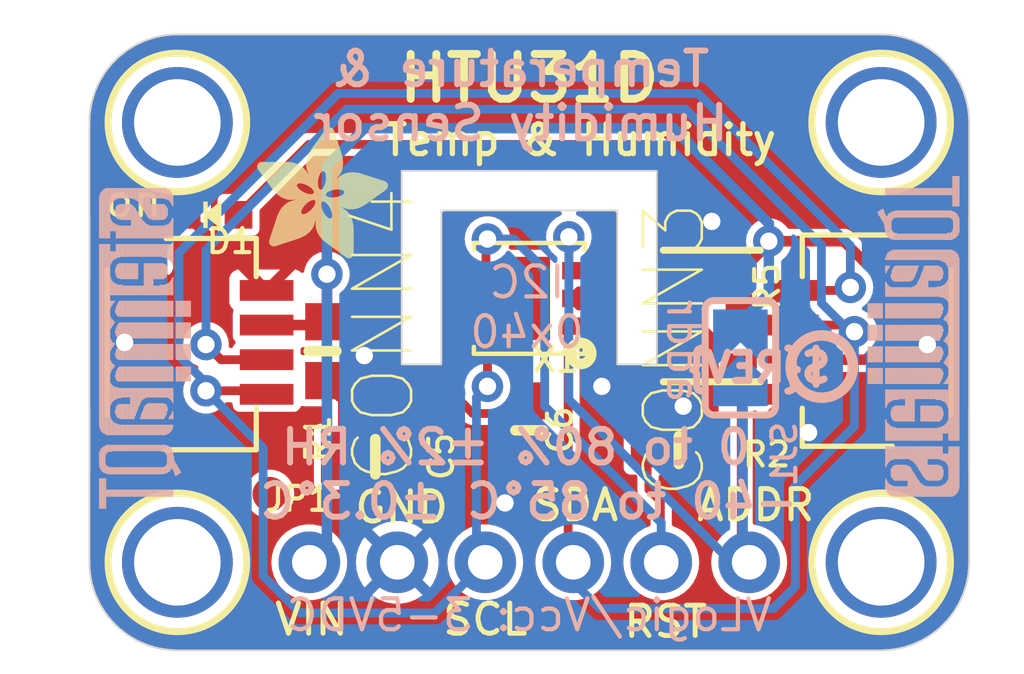
<source format=kicad_pcb>
(kicad_pcb (version 20221018) (generator pcbnew)
  (layers (0 "F.Cu" signal) (31 "B.Cu" signal) (34 "B.Paste" user) (35 "F.Paste" user) (36 "B.SilkS" user "B.Silkscreen") (37 "F.SilkS" user "F.Silkscreen") (38 "B.Mask" user) (39 "F.Mask" user) (44 "Edge.Cuts" user))
  (net 0 "")
  (net 1 "SDA")
  (net 2 "SCL")
  (net 3 "GND")
  (net 4 "VCC")
  (net 5 "N$1")
  (net 6 "VDD")
  (net 7 "ADDR")
  (net 8 "RESET")
  (footprint "working:JST_SH4" (layer "F.Cu") (at 158.5976 105.0036 90)
    (fp_text reference "CONN3" (at -4.6 -5.9 90) (layer "F.SilkS") (effects (font (size 1.703222 1.703222) (thickness 0.074778)) (justify left)))
    (fp_text value "STEMMA_I2C_QT" hide)
    (pad "1" smd rect (at -1.5 -2.514 180) (size 1.55 0.6) (layers "F.Cu" "F.Paste" "F.Mask") (net 3 "GND"))
    (pad "2" smd rect (at -0.5 -2.514 180) (size 1.55 0.6) (layers "F.Cu" "F.Paste" "F.Mask") (net 4 "VCC"))
    (pad "3" smd rect (at 0.5 -2.514 180) (size 1.55 0.6) (layers "F.Cu" "F.Paste" "F.Mask") (net 1 "SDA"))
    (pad "4" smd rect (at 1.5 -2.514 180) (size 1.55 0.6) (layers "F.Cu" "F.Paste" "F.Mask") (net 2 "SCL"))
    (pad "MT1" smd rect (at -2.8 1.386 180) (size 1.8 1.2) (layers "F.Cu" "F.Paste" "F.Mask") (net 3 "GND"))
    (pad "MT2" smd rect (at 2.8 1.386 180) (size 1.8 1.2) (layers "F.Cu" "F.Paste" "F.Mask") (net 3 "GND"))
  )
  (footprint "working:ADAFRUIT_3.5MM" (layer "F.Cu") (at 140.6271 102.5906)
    (fp_text reference "U$28" hide)
    (fp_text value "" hide)
  )
  (footprint "working:MOUNTINGHOLE_2.5_PLATED" (layer "F.Cu") (at 158.6611 111.3536)
    (fp_text reference "U$25" hide)
    (fp_text value "MOUNTINGHOLE2.5" hide)
    (pad "P$1" thru_hole circle (at 0 0) (size 3.2 3.2) (drill 2.5) (layers "*.Cu" "*.Mask"))
    (zone (net 0) (net_name "") (layer "F.Cu") (connect_pads (clearance 0)) (min_thickness 0.25)
      (keepout (tracks not_allowed) (vias not_allowed) (pads not_allowed) (copperpour not_allowed) (footprints allowed))
      (fill (thermal_gap 0.5) (thermal_bridge_width 0.5))
      (polygon (pts (xy 160.6771 111.3536) (xy 160.65748 111.073027) (xy 160.599004 110.797915) (xy 160.502808 110.533619) (xy 160.370765 110.285283) (xy 160.205446 110.05774) (xy 160.010067 109.85542) (xy 159.788433 109.68226) (xy 159.544856 109.541631) (xy 159.284078 109.43627) (xy 159.011175 109.368228) (xy 158.731457 109.338828) (xy 158.450371 109.348644) (xy 158.173385 109.397484) (xy 157.905893 109.484397) (xy 157.6531 109.607693) (xy 157.419926 109.76497) (xy 157.210911 109.953169) (xy 157.030122 110.168625) (xy 156.881078 110.407145) (xy 156.76668 110.664087) (xy 156.689154 110.93445) (xy 156.650011 111.212971) (xy 156.650011 111.494229) (xy 156.689154 111.77275) (xy 156.76668 112.043113) (xy 156.881078 112.300055) (xy 157.030122 112.538575) (xy 157.210911 112.754031) (xy 157.419926 112.94223) (xy 157.6531 113.099507) (xy 157.905893 113.222803) (xy 158.173385 113.309716) (xy 158.450371 113.358556) (xy 158.731457 113.368372) (xy 159.011175 113.338972) (xy 159.284078 113.27093) (xy 159.544856 113.165569) (xy 159.788433 113.02494) (xy 160.010067 112.85178) (xy 160.205446 112.64946) (xy 160.370765 112.421917) (xy 160.502808 112.173581) (xy 160.599004 111.909285) (xy 160.65748 111.634173)))
      (polygon (pts (xy 158.6451 111.3536) (xy 158.649786 111.364914) (xy 158.6611 111.3696) (xy 158.672414 111.364914) (xy 158.6771 111.3536) (xy 158.672414 111.342286) (xy 158.6611 111.3376) (xy 158.649786 111.342286)))
    )
    (zone (net 0) (net_name "") (layer "B.Cu") (connect_pads (clearance 0)) (min_thickness 0.25)
      (keepout (tracks not_allowed) (vias not_allowed) (pads not_allowed) (copperpour not_allowed) (footprints allowed))
      (fill (thermal_gap 0.5) (thermal_bridge_width 0.5))
      (polygon (pts (xy 160.6771 111.3536) (xy 160.65748 111.073027) (xy 160.599004 110.797915) (xy 160.502808 110.533619) (xy 160.370765 110.285283) (xy 160.205446 110.05774) (xy 160.010067 109.85542) (xy 159.788433 109.68226) (xy 159.544856 109.541631) (xy 159.284078 109.43627) (xy 159.011175 109.368228) (xy 158.731457 109.338828) (xy 158.450371 109.348644) (xy 158.173385 109.397484) (xy 157.905893 109.484397) (xy 157.6531 109.607693) (xy 157.419926 109.76497) (xy 157.210911 109.953169) (xy 157.030122 110.168625) (xy 156.881078 110.407145) (xy 156.76668 110.664087) (xy 156.689154 110.93445) (xy 156.650011 111.212971) (xy 156.650011 111.494229) (xy 156.689154 111.77275) (xy 156.76668 112.043113) (xy 156.881078 112.300055) (xy 157.030122 112.538575) (xy 157.210911 112.754031) (xy 157.419926 112.94223) (xy 157.6531 113.099507) (xy 157.905893 113.222803) (xy 158.173385 113.309716) (xy 158.450371 113.358556) (xy 158.731457 113.368372) (xy 159.011175 113.338972) (xy 159.284078 113.27093) (xy 159.544856 113.165569) (xy 159.788433 113.02494) (xy 160.010067 112.85178) (xy 160.205446 112.64946) (xy 160.370765 112.421917) (xy 160.502808 112.173581) (xy 160.599004 111.909285) (xy 160.65748 111.634173)))
      (polygon (pts (xy 158.6451 111.3536) (xy 158.649786 111.364914) (xy 158.6611 111.3696) (xy 158.672414 111.364914) (xy 158.6771 111.3536) (xy 158.672414 111.342286) (xy 158.6611 111.3376) (xy 158.649786 111.342286)))
    )
  )
  (footprint "working:0603-NO" (layer "F.Cu") (at 148.5011 107.5436 -90)
    (fp_text reference "C6" (at -0.762 -0.889 90) (layer "F.SilkS") (effects (font (size 0.692831 0.692831) (thickness 0.119969)) (justify right)))
    (fp_text value "0.1uF")
    (pad "1" smd rect (at -0.85 0 270) (size 1.075 1) (layers "F.Cu" "F.Paste" "F.Mask") (net 6 "VDD"))
    (pad "2" smd rect (at 0.85 0 270) (size 1.075 1) (layers "F.Cu" "F.Paste" "F.Mask") (net 3 "GND"))
  )
  (footprint "working:0805-NO" (layer "F.Cu") (at 144.0561 108.3056)
    (fp_text reference "C5" (at 1.905 -0.762 90) (layer "F.SilkS") (effects (font (size 0.692831 0.692831) (thickness 0.119969)) (justify right)))
    (fp_text value "10uF")
    (pad "1" smd rect (at -0.95 0) (size 1.24 1.5) (layers "F.Cu" "F.Paste" "F.Mask") (net 6 "VDD"))
    (pad "2" smd rect (at 0.95 0) (size 1.24 1.5) (layers "F.Cu" "F.Paste" "F.Mask") (net 3 "GND"))
  )
  (footprint "working:CHIPLED_0603_NOOUTLINE" (layer "F.Cu") (at 139.3571 101.3206 90)
    (fp_text reference "D1" (at -0.762 1.27) (layer "F.SilkS") (effects (font (size 0.692831 0.692831) (thickness 0.119969)) (justify right)))
    (fp_text value "GREEN")
    (pad "A" smd rect (at 0 0.75 90) (size 0.8 0.8) (layers "F.Cu" "F.Paste" "F.Mask") (net 5 "N$1"))
    (pad "C" smd rect (at 0 -0.75 90) (size 0.8 0.8) (layers "F.Cu" "F.Paste" "F.Mask") (net 3 "GND"))
  )
  (footprint "working:0603-NO" (layer "F.Cu") (at 142.5321 105.2576 -90)
    (fp_text reference "R1" (at 1.778 0.127 90) (layer "F.SilkS") (effects (font (size 0.692831 0.692831) (thickness 0.119969)) (justify right)))
    (fp_text value "220")
    (pad "1" smd rect (at -0.85 0 270) (size 1.075 1) (layers "F.Cu" "F.Paste" "F.Mask") (net 4 "VCC"))
    (pad "2" smd rect (at 0.85 0 270) (size 1.075 1) (layers "F.Cu" "F.Paste" "F.Mask") (net 6 "VDD"))
  )
  (footprint "working:JST_SH4" (layer "F.Cu") (at 138.4046 105.0036 -90)
    (fp_text reference "CONN4" (at -4.6 -5.9 90) (layer "F.SilkS") (effects (font (size 1.703222 1.703222) (thickness 0.074778)) (justify right)))
    (fp_text value "STEMMA_I2C_QT" hide)
    (pad "1" smd rect (at -1.5 -2.514) (size 1.55 0.6) (layers "F.Cu" "F.Paste" "F.Mask") (net 3 "GND"))
    (pad "2" smd rect (at -0.5 -2.514) (size 1.55 0.6) (layers "F.Cu" "F.Paste" "F.Mask") (net 4 "VCC"))
    (pad "3" smd rect (at 0.5 -2.514) (size 1.55 0.6) (layers "F.Cu" "F.Paste" "F.Mask") (net 1 "SDA"))
    (pad "4" smd rect (at 1.5 -2.514) (size 1.55 0.6) (layers "F.Cu" "F.Paste" "F.Mask") (net 2 "SCL"))
    (pad "MT1" smd rect (at -2.8 1.386) (size 1.8 1.2) (layers "F.Cu" "F.Paste" "F.Mask") (net 3 "GND"))
    (pad "MT2" smd rect (at 2.8 1.386) (size 1.8 1.2) (layers "F.Cu" "F.Paste" "F.Mask") (net 3 "GND"))
  )
  (footprint "working:FIDUCIAL_1MM" (layer "F.Cu") (at 155.3591 97.3836)
    (fp_text reference "FID4" hide)
    (fp_text value "FIDUCIAL_1MM" hide)
    (pad "1" smd roundrect (at 0 0) (size 1 1) (layers "F.Cu" "F.Mask") (roundrect_rratio 0.5))
  )
  (footprint "working:1X06_ROUND_70" (layer "F.Cu") (at 148.5011 111.3536)
    (fp_text reference "JP1" (at -7.6962 -1.8288) (layer "F.SilkS") (effects (font (size 0.692831 0.692831) (thickness 0.119969)) (justify left)))
    (fp_text value "")
    (pad "1" thru_hole circle (at -6.35 0 90) (size 1.778 1.778) (drill 1) (layers "*.Cu" "*.Mask") (net 4 "VCC"))
    (pad "2" thru_hole circle (at -3.81 0 90) (size 1.778 1.778) (drill 1) (layers "*.Cu" "*.Mask") (net 3 "GND"))
    (pad "3" thru_hole circle (at -1.27 0 90) (size 1.778 1.778) (drill 1) (layers "*.Cu" "*.Mask") (net 2 "SCL"))
    (pad "4" thru_hole circle (at 1.27 0 90) (size 1.778 1.778) (drill 1) (layers "*.Cu" "*.Mask") (net 1 "SDA"))
    (pad "5" thru_hole circle (at 3.81 0 90) (size 1.778 1.778) (drill 1) (layers "*.Cu" "*.Mask") (net 8 "RESET"))
    (pad "6" thru_hole circle (at 6.35 0 90) (size 1.778 1.778) (drill 1) (layers "*.Cu" "*.Mask") (net 7 "ADDR"))
  )
  (footprint "working:RESPACK_4X0603" (layer "F.Cu") (at 153.7716 104.2416 -90)
    (fp_text reference "R5" (at -1.6 -1.6 90) (layer "F.SilkS") (effects (font (size 0.692831 0.692831) (thickness 0.119969)) (justify right)))
    (fp_text value "10K")
    (pad "1" smd rect (at -1.3 0.85 270) (size 0.45 0.9) (layers "F.Cu" "F.Paste" "F.Mask") (net 5 "N$1"))
    (pad "2" smd rect (at -0.4 0.85 270) (size 0.45 0.9) (layers "F.Cu" "F.Paste" "F.Mask") (net 4 "VCC"))
    (pad "3" smd rect (at 0.4 0.85 270) (size 0.45 0.9) (layers "F.Cu" "F.Paste" "F.Mask") (net 4 "VCC"))
    (pad "4" smd rect (at 1.3 0.85 270) (size 0.45 0.9) (layers "F.Cu" "F.Paste" "F.Mask") (net 3 "GND"))
    (pad "5" smd rect (at 1.3 -0.85 270) (size 0.45 0.9) (layers "F.Cu" "F.Paste" "F.Mask") (net 7 "ADDR"))
    (pad "6" smd rect (at 0.4 -0.85 270) (size 0.45 0.9) (layers "F.Cu" "F.Paste" "F.Mask") (net 1 "SDA"))
    (pad "7" smd rect (at -0.4 -0.85 270) (size 0.45 0.9) (layers "F.Cu" "F.Paste" "F.Mask") (net 2 "SCL"))
    (pad "8" smd rect (at -1.3 -0.85 270) (size 0.45 0.9) (layers "F.Cu" "F.Paste" "F.Mask") (net 4 "VCC"))
  )
  (footprint "working:MOUNTINGHOLE_2.5_PLATED" (layer "F.Cu") (at 158.6611 98.6536)
    (fp_text reference "U$20" hide)
    (fp_text value "MOUNTINGHOLE2.5" hide)
    (pad "P$1" thru_hole circle (at 0 0) (size 3.2 3.2) (drill 2.5) (layers "*.Cu" "*.Mask"))
    (zone (net 0) (net_name "") (layer "F.Cu") (connect_pads (clearance 0)) (min_thickness 0.25)
      (keepout (tracks not_allowed) (vias not_allowed) (pads not_allowed) (copperpour not_allowed) (footprints allowed))
      (fill (thermal_gap 0.5) (thermal_bridge_width 0.5))
      (polygon (pts (xy 160.6771 98.6536) (xy 160.65748 98.373027) (xy 160.599004 98.097915) (xy 160.502808 97.833619) (xy 160.370765 97.585283) (xy 160.205446 97.35774) (xy 160.010067 97.15542) (xy 159.788433 96.98226) (xy 159.544856 96.841631) (xy 159.284078 96.73627) (xy 159.011175 96.668228) (xy 158.731457 96.638828) (xy 158.450371 96.648644) (xy 158.173385 96.697484) (xy 157.905893 96.784397) (xy 157.6531 96.907693) (xy 157.419926 97.06497) (xy 157.210911 97.253169) (xy 157.030122 97.468625) (xy 156.881078 97.707145) (xy 156.76668 97.964087) (xy 156.689154 98.23445) (xy 156.650011 98.512971) (xy 156.650011 98.794229) (xy 156.689154 99.07275) (xy 156.76668 99.343113) (xy 156.881078 99.600055) (xy 157.030122 99.838575) (xy 157.210911 100.054031) (xy 157.419926 100.24223) (xy 157.6531 100.399507) (xy 157.905893 100.522803) (xy 158.173385 100.609716) (xy 158.450371 100.658556) (xy 158.731457 100.668372) (xy 159.011175 100.638972) (xy 159.284078 100.57093) (xy 159.544856 100.465569) (xy 159.788433 100.32494) (xy 160.010067 100.15178) (xy 160.205446 99.94946) (xy 160.370765 99.721917) (xy 160.502808 99.473581) (xy 160.599004 99.209285) (xy 160.65748 98.934173)))
      (polygon (pts (xy 158.6451 98.6536) (xy 158.649786 98.664914) (xy 158.6611 98.6696) (xy 158.672414 98.664914) (xy 158.6771 98.6536) (xy 158.672414 98.642286) (xy 158.6611 98.6376) (xy 158.649786 98.642286)))
    )
    (zone (net 0) (net_name "") (layer "B.Cu") (connect_pads (clearance 0)) (min_thickness 0.25)
      (keepout (tracks not_allowed) (vias not_allowed) (pads not_allowed) (copperpour not_allowed) (footprints allowed))
      (fill (thermal_gap 0.5) (thermal_bridge_width 0.5))
      (polygon (pts (xy 160.6771 98.6536) (xy 160.65748 98.373027) (xy 160.599004 98.097915) (xy 160.502808 97.833619) (xy 160.370765 97.585283) (xy 160.205446 97.35774) (xy 160.010067 97.15542) (xy 159.788433 96.98226) (xy 159.544856 96.841631) (xy 159.284078 96.73627) (xy 159.011175 96.668228) (xy 158.731457 96.638828) (xy 158.450371 96.648644) (xy 158.173385 96.697484) (xy 157.905893 96.784397) (xy 157.6531 96.907693) (xy 157.419926 97.06497) (xy 157.210911 97.253169) (xy 157.030122 97.468625) (xy 156.881078 97.707145) (xy 156.76668 97.964087) (xy 156.689154 98.23445) (xy 156.650011 98.512971) (xy 156.650011 98.794229) (xy 156.689154 99.07275) (xy 156.76668 99.343113) (xy 156.881078 99.600055) (xy 157.030122 99.838575) (xy 157.210911 100.054031) (xy 157.419926 100.24223) (xy 157.6531 100.399507) (xy 157.905893 100.522803) (xy 158.173385 100.609716) (xy 158.450371 100.658556) (xy 158.731457 100.668372) (xy 159.011175 100.638972) (xy 159.284078 100.57093) (xy 159.544856 100.465569) (xy 159.788433 100.32494) (xy 160.010067 100.15178) (xy 160.205446 99.94946) (xy 160.370765 99.721917) (xy 160.502808 99.473581) (xy 160.599004 99.209285) (xy 160.65748 98.934173)))
      (polygon (pts (xy 158.6451 98.6536) (xy 158.649786 98.664914) (xy 158.6611 98.6696) (xy 158.672414 98.664914) (xy 158.6771 98.6536) (xy 158.672414 98.642286) (xy 158.6611 98.6376) (xy 158.649786 98.642286)))
    )
  )
  (footprint "working:MOUNTINGHOLE_2.5_PLATED" (layer "F.Cu") (at 138.3411 98.6536)
    (fp_text reference "U$19" hide)
    (fp_text value "MOUNTINGHOLE2.5" hide)
    (pad "P$1" thru_hole circle (at 0 0) (size 3.2 3.2) (drill 2.5) (layers "*.Cu" "*.Mask"))
    (zone (net 0) (net_name "") (layer "F.Cu") (connect_pads (clearance 0)) (min_thickness 0.25)
      (keepout (tracks not_allowed) (vias not_allowed) (pads not_allowed) (copperpour not_allowed) (footprints allowed))
      (fill (thermal_gap 0.5) (thermal_bridge_width 0.5))
      (polygon (pts (xy 140.3571 98.6536) (xy 140.33748 98.373027) (xy 140.279004 98.097915) (xy 140.182808 97.833619) (xy 140.050765 97.585283) (xy 139.885446 97.35774) (xy 139.690067 97.15542) (xy 139.468433 96.98226) (xy 139.224856 96.841631) (xy 138.964078 96.73627) (xy 138.691175 96.668228) (xy 138.411457 96.638828) (xy 138.130371 96.648644) (xy 137.853385 96.697484) (xy 137.585893 96.784397) (xy 137.3331 96.907693) (xy 137.099926 97.06497) (xy 136.890911 97.253169) (xy 136.710122 97.468625) (xy 136.561078 97.707145) (xy 136.44668 97.964087) (xy 136.369154 98.23445) (xy 136.330011 98.512971) (xy 136.330011 98.794229) (xy 136.369154 99.07275) (xy 136.44668 99.343113) (xy 136.561078 99.600055) (xy 136.710122 99.838575) (xy 136.890911 100.054031) (xy 137.099926 100.24223) (xy 137.3331 100.399507) (xy 137.585893 100.522803) (xy 137.853385 100.609716) (xy 138.130371 100.658556) (xy 138.411457 100.668372) (xy 138.691175 100.638972) (xy 138.964078 100.57093) (xy 139.224856 100.465569) (xy 139.468433 100.32494) (xy 139.690067 100.15178) (xy 139.885446 99.94946) (xy 140.050765 99.721917) (xy 140.182808 99.473581) (xy 140.279004 99.209285) (xy 140.33748 98.934173)))
      (polygon (pts (xy 138.3251 98.6536) (xy 138.329786 98.664914) (xy 138.3411 98.6696) (xy 138.352414 98.664914) (xy 138.3571 98.6536) (xy 138.352414 98.642286) (xy 138.3411 98.6376) (xy 138.329786 98.642286)))
    )
    (zone (net 0) (net_name "") (layer "B.Cu") (connect_pads (clearance 0)) (min_thickness 0.25)
      (keepout (tracks not_allowed) (vias not_allowed) (pads not_allowed) (copperpour not_allowed) (footprints allowed))
      (fill (thermal_gap 0.5) (thermal_bridge_width 0.5))
      (polygon (pts (xy 140.3571 98.6536) (xy 140.33748 98.373027) (xy 140.279004 98.097915) (xy 140.182808 97.833619) (xy 140.050765 97.585283) (xy 139.885446 97.35774) (xy 139.690067 97.15542) (xy 139.468433 96.98226) (xy 139.224856 96.841631) (xy 138.964078 96.73627) (xy 138.691175 96.668228) (xy 138.411457 96.638828) (xy 138.130371 96.648644) (xy 137.853385 96.697484) (xy 137.585893 96.784397) (xy 137.3331 96.907693) (xy 137.099926 97.06497) (xy 136.890911 97.253169) (xy 136.710122 97.468625) (xy 136.561078 97.707145) (xy 136.44668 97.964087) (xy 136.369154 98.23445) (xy 136.330011 98.512971) (xy 136.330011 98.794229) (xy 136.369154 99.07275) (xy 136.44668 99.343113) (xy 136.561078 99.600055) (xy 136.710122 99.838575) (xy 136.890911 100.054031) (xy 137.099926 100.24223) (xy 137.3331 100.399507) (xy 137.585893 100.522803) (xy 137.853385 100.609716) (xy 138.130371 100.658556) (xy 138.411457 100.668372) (xy 138.691175 100.638972) (xy 138.964078 100.57093) (xy 139.224856 100.465569) (xy 139.468433 100.32494) (xy 139.690067 100.15178) (xy 139.885446 99.94946) (xy 140.050765 99.721917) (xy 140.182808 99.473581) (xy 140.279004 99.209285) (xy 140.33748 98.934173)))
      (polygon (pts (xy 138.3251 98.6536) (xy 138.329786 98.664914) (xy 138.3411 98.6696) (xy 138.352414 98.664914) (xy 138.3571 98.6536) (xy 138.352414 98.642286) (xy 138.3411 98.6376) (xy 138.329786 98.642286)))
    )
  )
  (footprint "working:MOUNTINGHOLE_2.5_PLATED" (layer "F.Cu") (at 138.3411 111.3536)
    (fp_text reference "U$22" hide)
    (fp_text value "MOUNTINGHOLE2.5" hide)
    (pad "P$1" thru_hole circle (at 0 0) (size 3.2 3.2) (drill 2.5) (layers "*.Cu" "*.Mask"))
    (zone (net 0) (net_name "") (layer "F.Cu") (connect_pads (clearance 0)) (min_thickness 0.25)
      (keepout (tracks not_allowed) (vias not_allowed) (pads not_allowed) (copperpour not_allowed) (footprints allowed))
      (fill (thermal_gap 0.5) (thermal_bridge_width 0.5))
      (polygon (pts (xy 140.3571 111.3536) (xy 140.33748 111.073027) (xy 140.279004 110.797915) (xy 140.182808 110.533619) (xy 140.050765 110.285283) (xy 139.885446 110.05774) (xy 139.690067 109.85542) (xy 139.468433 109.68226) (xy 139.224856 109.541631) (xy 138.964078 109.43627) (xy 138.691175 109.368228) (xy 138.411457 109.338828) (xy 138.130371 109.348644) (xy 137.853385 109.397484) (xy 137.585893 109.484397) (xy 137.3331 109.607693) (xy 137.099926 109.76497) (xy 136.890911 109.953169) (xy 136.710122 110.168625) (xy 136.561078 110.407145) (xy 136.44668 110.664087) (xy 136.369154 110.93445) (xy 136.330011 111.212971) (xy 136.330011 111.494229) (xy 136.369154 111.77275) (xy 136.44668 112.043113) (xy 136.561078 112.300055) (xy 136.710122 112.538575) (xy 136.890911 112.754031) (xy 137.099926 112.94223) (xy 137.3331 113.099507) (xy 137.585893 113.222803) (xy 137.853385 113.309716) (xy 138.130371 113.358556) (xy 138.411457 113.368372) (xy 138.691175 113.338972) (xy 138.964078 113.27093) (xy 139.224856 113.165569) (xy 139.468433 113.02494) (xy 139.690067 112.85178) (xy 139.885446 112.64946) (xy 140.050765 112.421917) (xy 140.182808 112.173581) (xy 140.279004 111.909285) (xy 140.33748 111.634173)))
      (polygon (pts (xy 138.3251 111.3536) (xy 138.329786 111.364914) (xy 138.3411 111.3696) (xy 138.352414 111.364914) (xy 138.3571 111.3536) (xy 138.352414 111.342286) (xy 138.3411 111.3376) (xy 138.329786 111.342286)))
    )
    (zone (net 0) (net_name "") (layer "B.Cu") (connect_pads (clearance 0)) (min_thickness 0.25)
      (keepout (tracks not_allowed) (vias not_allowed) (pads not_allowed) (copperpour not_allowed) (footprints allowed))
      (fill (thermal_gap 0.5) (thermal_bridge_width 0.5))
      (polygon (pts (xy 140.3571 111.3536) (xy 140.33748 111.073027) (xy 140.279004 110.797915) (xy 140.182808 110.533619) (xy 140.050765 110.285283) (xy 139.885446 110.05774) (xy 139.690067 109.85542) (xy 139.468433 109.68226) (xy 139.224856 109.541631) (xy 138.964078 109.43627) (xy 138.691175 109.368228) (xy 138.411457 109.338828) (xy 138.130371 109.348644) (xy 137.853385 109.397484) (xy 137.585893 109.484397) (xy 137.3331 109.607693) (xy 137.099926 109.76497) (xy 136.890911 109.953169) (xy 136.710122 110.168625) (xy 136.561078 110.407145) (xy 136.44668 110.664087) (xy 136.369154 110.93445) (xy 136.330011 111.212971) (xy 136.330011 111.494229) (xy 136.369154 111.77275) (xy 136.44668 112.043113) (xy 136.561078 112.300055) (xy 136.710122 112.538575) (xy 136.890911 112.754031) (xy 137.099926 112.94223) (xy 137.3331 113.099507) (xy 137.585893 113.222803) (xy 137.853385 113.309716) (xy 138.130371 113.358556) (xy 138.411457 113.368372) (xy 138.691175 113.338972) (xy 138.964078 113.27093) (xy 139.224856 113.165569) (xy 139.468433 113.02494) (xy 139.690067 112.85178) (xy 139.885446 112.64946) (xy 140.050765 112.421917) (xy 140.182808 112.173581) (xy 140.279004 111.909285) (xy 140.33748 111.634173)))
      (polygon (pts (xy 138.3251 111.3536) (xy 138.329786 111.364914) (xy 138.3411 111.3696) (xy 138.352414 111.364914) (xy 138.3571 111.3536) (xy 138.352414 111.342286) (xy 138.3411 111.3376) (xy 138.329786 111.342286)))
    )
  )
  (footprint "working:0603-NO" (layer "F.Cu") (at 152.8191 108.1151)
    (fp_text reference "R2" (at 1.778 0.127) (layer "F.SilkS") (effects (font (size 0.692831 0.692831) (thickness 0.119969)) (justify left)))
    (fp_text value "10K")
    (pad "1" smd rect (at -0.85 0) (size 1.075 1) (layers "F.Cu" "F.Paste" "F.Mask") (net 8 "RESET"))
    (pad "2" smd rect (at 0.85 0) (size 1.075 1) (layers "F.Cu" "F.Paste" "F.Mask") (net 4 "VCC"))
  )
  (footprint "working:FIDUCIAL_1MM" (layer "F.Cu") (at 141.0081 109.3851)
    (fp_text reference "FID3" hide)
    (fp_text value "FIDUCIAL_1MM" hide)
    (pad "1" smd roundrect (at 0 0) (size 1 1) (layers "F.Cu" "F.Mask") (roundrect_rratio 0.5))
  )
  (footprint "working:HTU31D" (layer "F.Cu") (at 148.5011 103.7336 180)
    (fp_text reference "X1" (at -1.506 -1.778) (layer "F.SilkS") (effects (font (size 0.692831 0.692831) (thickness 0.119969)) (justify right)))
    (fp_text value "HTU31D_")
    (pad "1" smd rect (at -1.25 -0.8 270) (size 0.5 0.6) (layers "F.Cu" "F.Paste" "F.Mask") (net 1 "SDA"))
    (pad "2" smd rect (at -1.25 0 270) (size 0.5 0.6) (layers "F.Cu" "F.Paste" "F.Mask") (net 3 "GND"))
    (pad "3" smd rect (at -1.25 0.8 270) (size 0.5 0.6) (layers "F.Cu" "F.Paste" "F.Mask") (net 7 "ADDR"))
    (pad "4" smd rect (at 1.25 0.8 90) (size 0.5 0.6) (layers "F.Cu" "F.Paste" "F.Mask") (net 8 "RESET"))
    (pad "5" smd rect (at 1.25 0 90) (size 0.5 0.6) (layers "F.Cu" "F.Paste" "F.Mask") (net 6 "VDD"))
    (pad "6" smd rect (at 1.25 -0.8 90) (size 0.5 0.6) (layers "F.Cu" "F.Paste" "F.Mask") (net 2 "SCL"))
    (pad "PAD" smd rect (at 0 0 180) (size 1.2 2.4) (layers "F.Cu" "F.Paste" "F.Mask"))
  )
  (footprint "working:SOLDERJUMPER_ARROW_NOPASTE" (layer "B.Cu") (at 154.5971 105.4481 90)
    (fp_text reference "SJ1" (at -1.778 1.27 90) (layer "B.SilkS") (effects (font (size 0.692831 0.692831) (thickness 0.119969)) (justify left mirror)))
    (fp_text value "")
    (fp_poly (pts (xy 0.106121 -0.002663) (xy -0.679416 -0.7882) (xy -1.3946 -0.7882) (xy -1.3946 0.7882) (xy -0.62715 0.7882)) (fill solid) (layer "B.Cu"))
    (fp_poly (pts (xy 1.3946 -0.7882) (xy -0.315893 -0.7882) (xy 0.443148 0) (xy -0.315893 0.7882) (xy 1.3946 0.7882)) (fill solid) (layer "B.Cu"))
    (pad "1" smd roundrect (at -1.016 0 90) (size 0.762 1.524) (layers "B.Cu") (net 7 "ADDR"))
    (pad "2" smd roundrect (at 1.016 0 90) (size 0.762 1.524) (layers "B.Cu") (net 4 "VCC"))
  )
  (footprint "working:STEMMAQT" (layer "B.Cu") (at 138.7221 100.5586 -90)
    (fp_text reference "U$31" hide)
    (fp_text value "" hide)
  )
  (footprint "working:STEMMAQT" (layer "B.Cu") (at 158.2801 109.4486 90)
    (fp_text reference "U$30" hide)
    (fp_text value "" hide)
  )
  (footprint "working:PCBFEAT-REV-040" (layer "B.Cu") (at 156.9466 105.7021 180)
    (fp_text reference "U$29" hide)
    (fp_text value "" hide)
    (fp_text user "${REV}" (at -0.3556 -0.508) (layer "B.SilkS") (effects (font (size 0.8128 0.8128) (thickness 0.2032)) (justify left bottom mirror)))
  )
  (gr_line (start 135.8011 98.6536) (end 135.8011 111.3536) (stroke (width 0.05)) (layer "Edge.Cuts"))
  (gr_line (start 151.0411 105.6386) (end 151.0411 101.1936) (stroke (width 0.05)) (layer "Edge.Cuts"))
  (gr_line (start 145.9611 101.1936) (end 145.9611 105.6386) (stroke (width 0.05)) (layer "Edge.Cuts"))
  (gr_line (start 138.3411 113.8936) (end 158.6611 113.8936) (stroke (width 0.05)) (layer "Edge.Cuts"))
  (gr_line (start 144.8181 100.0506) (end 152.1841 100.0506) (stroke (width 0.05)) (layer "Edge.Cuts"))
  (gr_line (start 144.8181 105.6386) (end 144.8181 100.0506) (stroke (width 0.05)) (layer "Edge.Cuts"))
  (gr_arc (start 158.6611 96.1136) (mid 160.457151 96.857549) (end 161.2011 98.6536) (stroke (width 0.05)) (layer "Edge.Cuts"))
  (gr_line (start 152.1841 105.6386) (end 151.0411 105.6386) (stroke (width 0.05)) (layer "Edge.Cuts"))
  (gr_line (start 158.6611 96.1136) (end 138.3411 96.1136) (stroke (width 0.05)) (layer "Edge.Cuts"))
  (gr_line (start 151.0411 101.1936) (end 145.9611 101.1936) (stroke (width 0.05)) (layer "Edge.Cuts"))
  (gr_arc (start 138.3411 113.8936) (mid 136.545049 113.149651) (end 135.8011 111.3536) (stroke (width 0.05)) (layer "Edge.Cuts"))
  (gr_arc (start 135.8011 98.6536) (mid 136.545049 96.857549) (end 138.3411 96.1136) (stroke (width 0.05)) (layer "Edge.Cuts"))
  (gr_line (start 161.2011 111.3536) (end 161.2011 98.6536) (stroke (width 0.05)) (layer "Edge.Cuts"))
  (gr_line (start 145.9611 105.6386) (end 144.8181 105.6386) (stroke (width 0.05)) (layer "Edge.Cuts"))
  (gr_arc (start 161.2011 111.3536) (mid 160.457151 113.149651) (end 158.6611 113.8936) (stroke (width 0.05)) (layer "Edge.Cuts"))
  (gr_line (start 152.1841 100.0506) (end 152.1841 105.6386) (stroke (width 0.05)) (layer "Edge.Cuts"))
  (gr_text "I2C\n0x40" (at 148.4376 103.9876) (layer "B.SilkS") (effects (font (size 0.89408 0.89408) (thickness 0.12192)) (justify mirror)))
  (gr_text "Temperature &\nHumidity Sensor" (at 148.2471 97.8916) (layer "B.SilkS") (effects (font (size 0.97155 0.97155) (thickness 0.17145)) (justify mirror)))
  (gr_text "VLogic/Vcc: 3-5VDC" (at 148.5011 112.8776) (layer "B.SilkS") (effects (font (size 0.89408 0.89408) (thickness 0.12192)) (justify mirror)))
  (gr_text "0 to 80% ±2% RH\n-40 to 85°C ±0.3°C " (at 148.1201 108.8136) (layer "B.SilkS") (effects (font (size 0.97155 0.97155) (thickness 0.17145)) (justify mirror)))
  (gr_text "addr" (at 152.9461 105.2576 -90) (layer "B.SilkS") (effects (font (size 0.89408 0.89408) (thickness 0.12192)) (justify mirror)))
  (gr_text "SDA" (at 149.8346 109.7026) (layer "F.SilkS") (effects (font (size 0.87376 0.87376) (thickness 0.14224))))
  (gr_text "VIN" (at 142.2146 113.0046) (layer "F.SilkS") (effects (font (size 0.87376 0.87376) (thickness 0.14224))))
  (gr_text "ADDR" (at 155.0416 109.7026) (layer "F.SilkS") (effects (font (size 0.87376 0.87376) (thickness 0.14224))))
  (gr_text "SCL" (at 147.2311 113.0046) (layer "F.SilkS") (effects (font (size 0.87376 0.87376) (thickness 0.14224))))
  (gr_text "on" (at 136.1821 101.4476) (layer "F.SilkS") (effects (font (size 0.89408 0.89408) (thickness 0.12192)) (justify left bottom)))
  (gr_text "HTU31D" (at 148.5011 97.3836) (layer "F.SilkS") (effects (font (size 1.2954 1.2954) (thickness 0.2286))))
  (gr_text "Temp & Humidity" (at 149.9616 99.1616) (layer "F.SilkS") (effects (font (size 0.8636 0.8636) (thickness 0.1524))))
  (gr_text "RST" (at 152.4381 113.0681) (layer "F.SilkS") (effects (font (size 0.87376 0.87376) (thickness 0.14224))))
  (gr_text "GND" (at 144.8181 109.7661) (layer "F.SilkS") (effects (font (size 0.87376 0.87376) (thickness 0.14224))))
  (segment (start 156.0836 104.5036) (end 157.698381 104.5036) (width 0.254) (layer "F.Cu") (net 1))
  (segment (start 139.6031 105.5036) (end 139.1666 105.0671) (width 0.254) (layer "F.Cu") (net 1))
  (segment (start 149.7511 104.5336) (end 149.6241 104.6606) (width 0.254) (layer "F.Cu") (net 1))
  (segment (start 157.698381 104.5036) (end 157.889581 104.6948) (width 0.254) (layer "F.Cu") (net 1))
  (segment (start 149.7711 111.3536) (end 149.6241 111.2066) (width 0.254) (layer "F.Cu") (net 1))
  (segment (start 155.9456 104.6416) (end 156.0836 104.5036) (width 0.254) (layer "F.Cu") (net 1))
  (segment (start 140.9186 105.5036) (end 139.6031 105.5036) (width 0.254) (layer "F.Cu") (net 1))
  (segment (start 149.6241 104.6606) (end 149.6241 111.2066) (width 0.254) (layer "F.Cu") (net 1))
  (segment (start 154.6216 104.6416) (end 155.9456 104.6416) (width 0.254) (layer "F.Cu") (net 1))
  (via (at 157.889581 104.6948) (size 0.9064) (drill 0.5) (layers "F.Cu" "B.Cu") (net 1))
  (via (at 139.1666 105.0671) (size 0.9064) (drill 0.5) (layers "F.Cu" "B.Cu") (net 1))
  (segment (start 156.1846 109.1311) (end 156.1846 112.0521) (width 0.254) (layer "B.Cu") (net 1))
  (segment (start 139.1666 105.0671) (end 139.1666 102.3366) (width 0.254) (layer "B.Cu") (net 1))
  (segment (start 155.5496 112.6871) (end 150.5331 112.6871) (width 0.254) (layer "B.Cu") (net 1))
  (segment (start 156.937081 102.200082) (end 156.937081 103.8693) (width 0.254) (layer "B.Cu") (net 1))
  (segment (start 150.5331 112.6871) (end 149.7711 111.9251) (width 0.254) (layer "B.Cu") (net 1))
  (segment (start 157.889581 107.426119) (end 156.1846 109.1311) (width 0.254) (layer "B.Cu") (net 1))
  (segment (start 153.0096 98.2726) (end 156.937081 102.200082) (width 0.254) (layer "B.Cu") (net 1))
  (segment (start 157.889581 104.6948) (end 157.889581 107.426119) (width 0.254) (layer "B.Cu") (net 1))
  (segment (start 139.1666 102.3366) (end 143.2306 98.2726) (width 0.254) (layer "B.Cu") (net 1))
  (segment (start 143.2306 98.2726) (end 153.0096 98.2726) (width 0.254) (layer "B.Cu") (net 1))
  (segment (start 149.7711 111.9251) (end 149.7711 111.3536) (width 0.254) (layer "B.Cu") (net 1))
  (segment (start 157.762581 104.6948) (end 156.937081 103.8693) (width 0.254) (layer "B.Cu") (net 1))
  (segment (start 156.1846 112.0521) (end 155.5496 112.6871) (width 0.254) (layer "B.Cu") (net 1))
  (segment (start 157.762581 104.6948) (end 157.889581 104.6948) (width 0.254) (layer "B.Cu") (net 1))
  (segment (start 147.2946 104.5771) (end 147.2946 106.2736) (width 0.254) (layer "F.Cu") (net 2))
  (segment (start 154.6216 103.8416) (end 155.7456 103.8416) (width 0.254) (layer "F.Cu") (net 2))
  (segment (start 147.2511 104.5336) (end 147.2946 104.5771) (width 0.254) (layer "F.Cu") (net 2))
  (segment (start 139.1666 106.4006) (end 140.8156 106.4006) (width 0.254) (layer "F.Cu") (net 2))
  (segment (start 155.7456 103.8416) (end 156.0836 103.5036) (width 0.254) (layer "F.Cu") (net 2))
  (segment (start 156.0836 103.5036) (end 157.6846 103.5036) (width 0.254) (layer "F.Cu") (net 2))
  (segment (start 157.6846 103.5036) (end 157.77169 103.41651) (width 0.254) (layer "F.Cu") (net 2))
  (segment (start 140.8156 106.4006) (end 140.9186 106.5036) (width 0.254) (layer "F.Cu") (net 2))
  (via (at 147.2946 106.2736) (size 0.9064) (drill 0.5) (layers "F.Cu" "B.Cu") (net 2))
  (via (at 139.1666 106.4006) (size 0.9064) (drill 0.5) (layers "F.Cu" "B.Cu") (net 2))
  (via (at 157.77169 103.41651) (size 0.9064) (drill 0.5) (layers "F.Cu" "B.Cu") (net 2))
  (segment (start 153.377081 97.8154) (end 142.9893 97.8154) (width 0.254) (layer "B.Cu") (net 2))
  (segment (start 147.2311 111.3536) (end 147.2946 111.2901) (width 0.254) (layer "B.Cu") (net 2))
  (segment (start 147.2946 106.2736) (end 146.9771 106.5911) (width 0.254) (layer "B.Cu") (net 2))
  (segment (start 140.8176 111.744313) (end 141.887387 112.8141) (width 0.254) (layer "B.Cu") (net 2))
  (segment (start 141.887387 112.8141) (end 145.7706 112.8141) (width 0.254) (layer "B.Cu") (net 2))
  (segment (start 147.2946 110.8456) (end 147.2946 111.2901) (width 0.254) (layer "B.Cu") (net 2))
  (segment (start 139.1666 106.175) (end 139.1666 106.4006) (width 0.254) (layer "B.Cu") (net 2))
  (segment (start 138.3832 102.4215) (end 138.3832 105.3916) (width 0.254) (layer "B.Cu") (net 2))
  (segment (start 142.9893 97.8154) (end 138.3832 102.4215) (width 0.254) (layer "B.Cu") (net 2))
  (segment (start 138.3832 105.3916) (end 139.1666 106.175) (width 0.254) (layer "B.Cu") (net 2))
  (segment (start 146.9771 110.5281) (end 147.2946 110.8456) (width 0.254) (layer "B.Cu") (net 2))
  (segment (start 145.7706 112.8141) (end 147.2311 111.3536) (width 0.254) (layer "B.Cu") (net 2))
  (segment (start 140.8176 108.0516) (end 140.8176 111.744313) (width 0.254) (layer "B.Cu") (net 2))
  (segment (start 146.9771 106.5911) (end 146.9771 110.5281) (width 0.254) (layer "B.Cu") (net 2))
  (segment (start 157.77169 102.21001) (end 153.377081 97.8154) (width 0.254) (layer "B.Cu") (net 2))
  (segment (start 157.77169 103.41651) (end 157.77169 102.21001) (width 0.254) (layer "B.Cu") (net 2))
  (segment (start 139.1666 106.4006) (end 140.8176 108.0516) (width 0.254) (layer "B.Cu") (net 2))
  (segment (start 150.5712 105.664) (end 150.4061 105.8291) (width 0.3048) (layer "F.Cu") (net 3))
  (segment (start 150.4061 105.8291) (end 151.4856 106.9086) (width 0.3048) (layer "F.Cu") (net 3))
  (segment (start 152.9216 106.1711) (end 152.9216 105.5416) (width 0.3048) (layer "F.Cu") (net 3))
  (segment (start 149.7511 103.7336) (end 150.4442 103.7336) (width 0.3048) (layer "F.Cu") (net 3))
  (segment (start 152.1841 106.9086) (end 152.9216 106.1711) (width 0.3048) (layer "F.Cu") (net 3))
  (segment (start 151.4856 106.9086) (end 152.1841 106.9086) (width 0.3048) (layer "F.Cu") (net 3))
  (segment (start 150.5712 103.8606) (end 150.5712 105.664) (width 0.3048) (layer "F.Cu") (net 3))
  (segment (start 150.4442 103.7336) (end 150.5712 103.8606) (width 0.3048) (layer "F.Cu") (net 3))
  (via (at 147.8026 109.6391) (size 0.9064) (drill 0.5) (layers "F.Cu" "B.Cu") (net 3))
  (via (at 143.7386 105.3846) (size 0.9064) (drill 0.5) (layers "F.Cu" "B.Cu") (net 3))
  (via (at 153.7716 101.5111) (size 0.9064) (drill 0.5) (layers "F.Cu" "B.Cu") (net 3))
  (via (at 152.9461 106.8451) (size 0.9064) (drill 0.5) (layers "F.Cu" "B.Cu") (net 3))
  (via (at 159.9946 105.0671) (size 0.9064) (drill 0.5) (layers "F.Cu" "B.Cu") (net 3))
  (via (at 136.8171 105.0036) (size 0.9064) (drill 0.5) (layers "F.Cu" "B.Cu") (net 3))
  (via (at 156.5656 107.6071) (size 0.9064) (drill 0.5) (layers "F.Cu" "B.Cu") (net 3))
  (via (at 150.5966 106.2736) (size 0.9064) (drill 0.5) (layers "F.Cu" "B.Cu") (net 3))
  (segment (start 155.4171 102.0826) (end 155.4171 102.1461) (width 0.3048) (layer "F.Cu") (net 4))
  (segment (start 157.5816 102.0826) (end 155.4171 102.0826) (width 0.3048) (layer "F.Cu") (net 4))
  (segment (start 158.8516 103.3526) (end 157.5816 102.0826) (width 0.3048) (layer "F.Cu") (net 4))
  (segment (start 153.816 104.9401) (end 153.816 107.9682) (width 0.3048) (layer "F.Cu") (net 4))
  (segment (start 154.280206 102.9416) (end 154.6216 102.9416) (width 0.3048) (layer "F.Cu") (net 4))
  (segment (start 152.9216 103.8416) (end 152.9216 104.6416) (width 0.3048) (layer "F.Cu") (net 4))
  (segment (start 153.380206 103.8416) (end 154.280206 102.9416) (width 0.3048) (layer "F.Cu") (net 4))
  (segment (start 142.6591 104.2806) (end 142.6591 103.0351) (width 0.3048) (layer "F.Cu") (net 4))
  (segment (start 152.9216 104.6416) (end 153.5175 104.6416) (width 0.3048) (layer "F.Cu") (net 4))
  (segment (start 153.816 107.9682) (end 153.6691 108.1151) (width 0.3048) (layer "F.Cu") (net 4))
  (segment (start 158.2246 105.5036) (end 156.0836 105.5036) (width 0.3048) (layer "F.Cu") (net 4))
  (segment (start 158.8516 104.8766) (end 158.2246 105.5036) (width 0.3048) (layer "F.Cu") (net 4))
  (segment (start 153.5175 104.6416) (end 153.816 104.9401) (width 0.3048) (layer "F.Cu") (net 4))
  (segment (start 140.9186 104.5036) (end 142.4361 104.5036) (width 0.3048) (layer "F.Cu") (net 4))
  (segment (start 155.4171 102.1461) (end 154.6216 102.9416) (width 0.3048) (layer "F.Cu") (net 4))
  (segment (start 158.8516 103.3526) (end 158.8516 104.8766) (width 0.3048) (layer "F.Cu") (net 4))
  (segment (start 152.9216 103.8416) (end 153.380206 103.8416) (width 0.3048) (layer "F.Cu") (net 4))
  (segment (start 142.4361 104.5036) (end 142.5321 104.4076) (width 0.3048) (layer "F.Cu") (net 4))
  (segment (start 142.5321 104.4076) (end 142.6591 104.2806) (width 0.3048) (layer "F.Cu") (net 4))
  (via (at 155.4171 102.0826) (size 0.9064) (drill 0.5) (layers "F.Cu" "B.Cu") (net 4))
  (via (at 142.6591 103.0351) (size 0.9064) (drill 0.5) (layers "F.Cu" "B.Cu") (net 4))
  (segment (start 152.6667 98.8187) (end 143.748 98.8187) (width 0.3048) (layer "B.Cu") (net 4))
  (segment (start 143.748 98.8187) (end 142.6591 99.9076) (width 0.3048) (layer "B.Cu") (net 4))
  (segment (start 155.4171 103.6121) (end 155.4171 102.0826) (width 0.3048) (layer "B.Cu") (net 4))
  (segment (start 154.5971 104.4321) (end 155.4171 103.6121) (width 0.3048) (layer "B.Cu") (net 4))
  (segment (start 142.6591 110.8456) (end 142.1511 111.3536) (width 0.3048) (layer "B.Cu") (net 4))
  (segment (start 155.4171 102.0826) (end 155.4171 101.5691) (width 0.3048) (layer "B.Cu") (net 4))
  (segment (start 142.6591 99.9076) (end 142.6591 103.0351) (width 0.3048) (layer "B.Cu") (net 4))
  (segment (start 155.4171 101.5691) (end 152.6667 98.8187) (width 0.3048) (layer "B.Cu") (net 4))
  (segment (start 142.6591 103.0351) (end 142.6591 110.8456) (width 0.3048) (layer "B.Cu") (net 4))
  (segment (start 152.9216 100.0896) (end 152.9216 102.9416) (width 0.254) (layer "F.Cu") (net 5))
  (segment (start 140.1071 101.3206) (end 142.1391 99.2886) (width 0.254) (layer "F.Cu") (net 5))
  (segment (start 152.1206 99.2886) (end 152.9216 100.0896) (width 0.254) (layer "F.Cu") (net 5))
  (segment (start 142.1391 99.2886) (end 152.1206 99.2886) (width 0.254) (layer "F.Cu") (net 5))
  (segment (start 146.4691 106.5911) (end 146.4056 106.5911) (width 0.254) (layer "F.Cu") (net 6))
  (segment (start 146.5326 103.7336) (end 146.4691 103.7971) (width 0.254) (layer "F.Cu") (net 6))
  (segment (start 143.0156 106.5911) (end 142.5321 106.1076) (width 0.254) (layer "F.Cu") (net 6))
  (segment (start 143.1061 106.6571) (end 143.0401 106.5911) (width 0.254) (layer "F.Cu") (net 6))
  (segment (start 148.1377 107.057) (end 146.8715 107.057) (width 0.254) (layer "F.Cu") (net 6))
  (segment (start 143.1061 108.3056) (end 143.1061 106.6571) (width 0.254) (layer "F.Cu") (net 6))
  (segment (start 143.0401 106.5911) (end 146.4056 106.5911) (width 0.254) (layer "F.Cu") (net 6))
  (segment (start 146.8715 107.057) (end 146.4056 106.5911) (width 0.254) (layer "F.Cu") (net 6))
  (segment (start 147.2511 103.7336) (end 146.5326 103.7336) (width 0.254) (layer "F.Cu") (net 6))
  (segment (start 148.5011 106.6936) (end 148.1377 107.057) (width 0.254) (layer "F.Cu") (net 6))
  (segment (start 143.0401 106.5911) (end 143.0156 106.5911) (width 0.254) (layer "F.Cu") (net 6))
  (segment (start 146.4691 103.7971) (end 146.4691 106.5911) (width 0.254) (layer "F.Cu") (net 6))
  (segment (start 149.7511 102.9336) (end 149.6441 102.8266) (width 0.254) (layer "F.Cu") (net 7))
  (segment (start 154.6216 111.1241) (end 154.8511 111.3536) (width 0.254) (layer "F.Cu") (net 7))
  (segment (start 154.6216 105.5416) (end 154.6216 111.1241) (width 0.254) (layer "F.Cu") (net 7))
  (segment (start 149.6441 101.9556) (end 149.6441 102.8266) (width 0.254) (layer "F.Cu") (net 7))
  (via (at 149.6441 101.9556) (size 0.9064) (drill 0.5) (layers "F.Cu" "B.Cu") (net 7))
  (segment (start 154.8511 111.3536) (end 154.3431 111.3536) (width 0.254) (layer "B.Cu") (net 7))
  (segment (start 154.5971 106.4641) (end 154.6606 106.5276) (width 0.3048) (layer "B.Cu") (net 7))
  (segment (start 149.6441 101.9556) (end 149.6441 106.6546) (width 0.254) (layer "B.Cu") (net 7))
  (segment (start 154.6606 106.5276) (end 154.6606 111.6711) (width 0.3048) (layer "B.Cu") (net 7))
  (segment (start 154.3431 111.3536) (end 149.6441 106.6546) (width 0.254) (layer "B.Cu") (net 7))
  (segment (start 154.6606 111.6711) (end 154.3431 111.3536) (width 0.254) (layer "B.Cu") (net 7))
  (segment (start 152.3111 111.3536) (end 152.3111 109.6391) (width 0.2032) (layer "F.Cu") (net 8))
  (segment (start 147.2946 102.0191) (end 147.2511 102.138222) (width 0.254) (layer "F.Cu") (net 8))
  (segment (start 151.9301 108.1541) (end 151.9691 108.1151) (width 0.2032) (layer "F.Cu") (net 8))
  (segment (start 147.2511 102.9336) (end 147.2511 102.138222) (width 0.254) (layer "F.Cu") (net 8))
  (segment (start 152.3111 109.6391) (end 151.9301 109.2581) (width 0.2032) (layer "F.Cu") (net 8))
  (segment (start 151.9301 109.2581) (end 151.9301 108.1541) (width 0.2032) (layer "F.Cu") (net 8))
  (via (at 147.2946 102.0191) (size 0.9064) (drill 0.5) (layers "F.Cu" "B.Cu") (net 8))
  (segment (start 148.9456 102.9081) (end 148.9456 106.8451) (width 0.254) (layer "B.Cu") (net 8))
  (segment (start 148.9456 102.9081) (end 148.0566 102.0191) (width 0.254) (layer "B.Cu") (net 8))
  (segment (start 148.0566 102.0191) (end 147.2946 102.0191) (width 0.254) (layer "B.Cu") (net 8))
  (segment (start 152.3111 110.2106) (end 152.3111 111.3536) (width 0.254) (layer "B.Cu") (net 8))
  (segment (start 148.9456 106.8451) (end 152.3111 110.2106) (width 0.254) (layer "B.Cu") (net 8))
  (zone (net 3) (net_name "GND") (layer "F.Cu") (priority 6) (connect_pads (clearance 0.000001)) (min_thickness 0.127) (fill yes (thermal_gap 0.304) (thermal_bridge_width 0.304))
    (polygon (pts (xy 161.3281 114.0206) (xy 135.6741 114.0206) (xy 135.6741 95.9866) (xy 161.3281 95.9866)))
  )
  (zone (net 3) (net_name "GND") (layer "B.Cu") (priority 6) (connect_pads (clearance 0.000001)) (min_thickness 0.127) (fill yes (thermal_gap 0.304) (thermal_bridge_width 0.304))
    (polygon (pts (xy 161.3281 114.0206) (xy 135.6741 114.0206) (xy 135.6741 95.9866) (xy 161.3281 95.9866)))
  )
)
</source>
